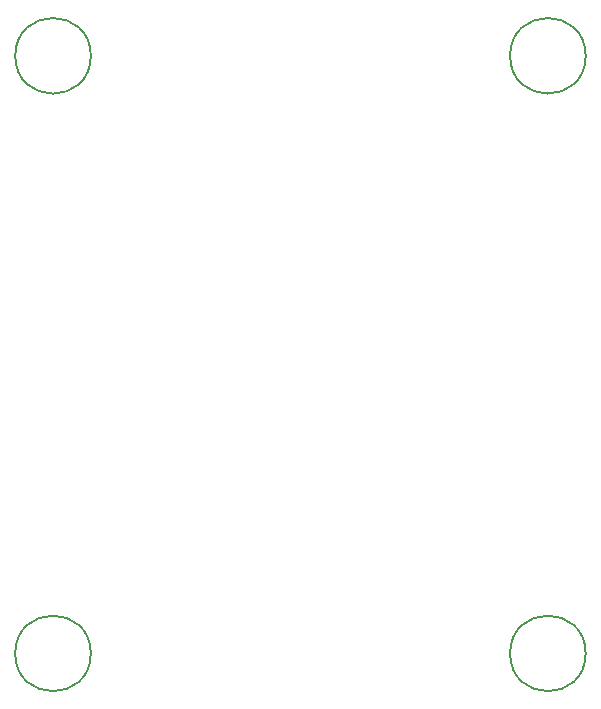
<source format=gbr>
%TF.GenerationSoftware,KiCad,Pcbnew,9.0.3*%
%TF.CreationDate,2025-08-25T20:13:08-03:00*%
%TF.ProjectId,ups_lead_acid_electgpl_v1.0,7570735f-6c65-4616-945f-616369645f65,rev?*%
%TF.SameCoordinates,Original*%
%TF.FileFunction,Other,Comment*%
%FSLAX46Y46*%
G04 Gerber Fmt 4.6, Leading zero omitted, Abs format (unit mm)*
G04 Created by KiCad (PCBNEW 9.0.3) date 2025-08-25 20:13:08*
%MOMM*%
%LPD*%
G01*
G04 APERTURE LIST*
%ADD10C,0.150000*%
G04 APERTURE END LIST*
D10*
%TO.C,H1*%
X135302944Y-78445444D02*
G75*
G02*
X128902944Y-78445444I-3200000J0D01*
G01*
X128902944Y-78445444D02*
G75*
G02*
X135302944Y-78445444I3200000J0D01*
G01*
%TO.C,H3*%
X135300000Y-129042500D02*
G75*
G02*
X128900000Y-129042500I-3200000J0D01*
G01*
X128900000Y-129042500D02*
G75*
G02*
X135300000Y-129042500I3200000J0D01*
G01*
%TO.C,H4*%
X177200000Y-129042500D02*
G75*
G02*
X170800000Y-129042500I-3200000J0D01*
G01*
X170800000Y-129042500D02*
G75*
G02*
X177200000Y-129042500I3200000J0D01*
G01*
%TO.C,H2*%
X177200000Y-78442500D02*
G75*
G02*
X170800000Y-78442500I-3200000J0D01*
G01*
X170800000Y-78442500D02*
G75*
G02*
X177200000Y-78442500I3200000J0D01*
G01*
%TD*%
M02*

</source>
